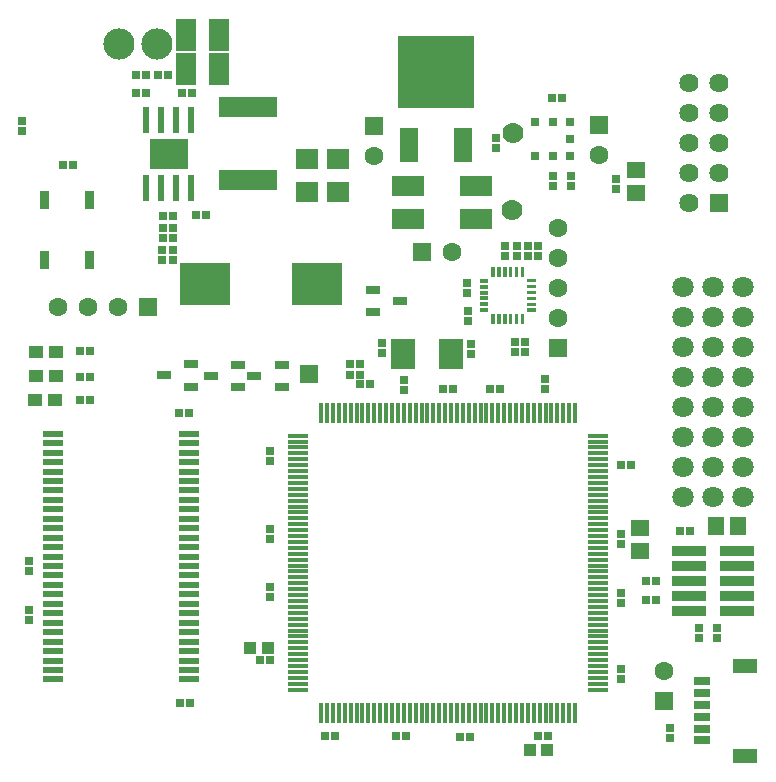
<source format=gts>
G04 DipTrace 2.3.1.0*
%INAutoPilot.GTS*%
%MOIN*%
%ADD28C,0.07*%
%ADD56R,0.0315X0.0118*%
%ADD74C,0.104*%
%ADD76R,0.064X0.064*%
%ADD78C,0.064*%
%ADD80R,0.0788X0.0985*%
%ADD82R,0.252X0.2442*%
%ADD84R,0.0631X0.1142*%
%ADD86R,0.126X0.0985*%
%ADD88R,0.0237X0.0906*%
%ADD90R,0.0316X0.0316*%
%ADD94R,0.067X0.0197*%
%ADD96R,0.067X0.0158*%
%ADD98R,0.0158X0.067*%
%ADD100R,0.0453X0.0296*%
%ADD102R,0.1654X0.1418*%
%ADD104R,0.0827X0.0512*%
%ADD106R,0.0571X0.0276*%
%ADD108C,0.0631*%
%ADD112R,0.0631X0.0631*%
%ADD114R,0.1138X0.0331*%
%ADD117C,0.0709*%
%ADD118R,0.193X0.067*%
%ADD120R,0.0473X0.0434*%
%ADD122R,0.0552X0.0631*%
%ADD124R,0.0434X0.0434*%
%ADD125R,0.0631X0.0552*%
%ADD127R,0.0749X0.067*%
%ADD128R,0.1103X0.067*%
%ADD130R,0.0276X0.0257*%
%ADD132R,0.067X0.1103*%
%ADD134R,0.0257X0.0276*%
%FSLAX44Y44*%
G04*
G70*
G90*
G75*
G01*
%LNTopMask*%
%LPD*%
D28*
X17090Y18760D3*
X17129Y21319D3*
D134*
X17248Y17229D3*
Y17564D3*
X15602Y16338D3*
Y16003D3*
X16856Y17231D3*
Y17566D3*
X15618Y15065D3*
Y15400D3*
D132*
X6220Y24580D3*
X7322D3*
X6220Y23460D3*
X7322D3*
D130*
X6095Y22655D3*
X6430D3*
X4895D3*
X4560D3*
X6545Y18605D3*
X6880D3*
D128*
X13637Y19557D3*
Y18455D3*
D134*
X5445Y18155D3*
Y17820D3*
D130*
Y18555D3*
X5780D3*
D128*
X15880Y18452D3*
Y19555D3*
D127*
X10245Y19355D3*
Y20457D3*
D134*
X15740Y14308D3*
Y13973D3*
D127*
X11295Y19355D3*
Y20457D3*
D134*
X1008Y5101D3*
Y5436D3*
X987Y6739D3*
Y7073D3*
X20551Y19799D3*
Y19464D3*
D130*
X6349Y2338D3*
X6014D3*
X6336Y12001D3*
X6001D3*
D125*
X21226Y20081D3*
Y19333D3*
D124*
X17678Y754D3*
X18269D3*
X8955Y4173D3*
X8364D3*
D125*
X21358Y8153D3*
Y7405D3*
D130*
X23018Y8074D3*
X22683D3*
X11699Y13611D3*
X12033D3*
D122*
X23876Y8235D3*
X24624D3*
D130*
X11699Y13270D3*
X12033D3*
D134*
X18208Y12805D3*
Y13140D3*
D130*
X20735Y10251D3*
X21069D3*
D134*
X770Y21740D3*
Y21405D3*
X20718Y7955D3*
Y7620D3*
X20715Y5988D3*
Y5654D3*
X20724Y3448D3*
Y3114D3*
D130*
X18284Y1212D3*
X17949D3*
X18423Y22484D3*
X18757D3*
X15698Y1207D3*
X15364D3*
X13551Y1212D3*
X13217D3*
X11190D3*
X10855D3*
X9040Y3754D3*
X8706D3*
D134*
X22355Y1497D3*
Y1163D3*
X9042Y5844D3*
Y6178D3*
Y7800D3*
Y8134D3*
Y10382D3*
Y10717D3*
D130*
X12366Y12944D3*
X12031D3*
X14791Y12791D3*
X15126D3*
X16374Y12800D3*
X16708D3*
D134*
X12772Y14312D3*
Y13978D3*
D120*
X1890Y14030D3*
X1221D3*
X1880Y13230D3*
X1211D3*
X1850Y12440D3*
X1181D3*
D118*
X8295Y19755D3*
Y22196D3*
D117*
X22800Y9200D3*
Y10200D3*
Y11200D3*
Y12200D3*
Y13200D3*
Y14200D3*
Y15200D3*
Y16200D3*
X23800Y9200D3*
Y10200D3*
Y11200D3*
Y12200D3*
Y13200D3*
Y14200D3*
Y15200D3*
Y16200D3*
X24800Y9200D3*
Y10200D3*
Y11200D3*
Y12200D3*
Y13200D3*
Y14200D3*
Y15200D3*
Y16200D3*
D114*
X24600Y5400D3*
Y5900D3*
Y6400D3*
Y6900D3*
Y7400D3*
X22998D3*
Y6900D3*
Y6400D3*
Y5900D3*
Y5400D3*
D112*
X4945Y15530D3*
D108*
X3945D3*
X2945D3*
X1945D3*
D112*
X19980Y21590D3*
D108*
Y20590D3*
D112*
X22175Y2386D3*
D108*
Y3386D3*
D106*
X23413Y1080D3*
Y1474D3*
Y1868D3*
Y2261D3*
Y2655D3*
Y3049D3*
D104*
X24860Y569D3*
Y3561D3*
D112*
X12480Y21560D3*
D108*
Y20560D3*
D112*
X18634Y14143D3*
D108*
Y15143D3*
Y16143D3*
Y17143D3*
Y18143D3*
D102*
X6845Y16305D3*
X10585D3*
D100*
X6400Y12870D3*
Y13618D3*
X5494Y13244D3*
X7950Y12850D3*
Y13598D3*
X7044Y13224D3*
X9410Y12860D3*
Y13608D3*
X8504Y13234D3*
X12449Y16098D3*
Y15350D3*
X13354Y15724D3*
D130*
X2470Y20250D3*
X2135D3*
X3025Y14045D3*
X2691D3*
X3015Y13205D3*
X2681D3*
X3015Y12425D3*
X2681D3*
D134*
X19048Y19889D3*
Y19555D3*
X18445Y19889D3*
Y19554D3*
X17513Y14355D3*
Y14020D3*
X17188Y14355D3*
Y14020D3*
D130*
X5295Y23255D3*
X5630D3*
X4545D3*
X4880D3*
D134*
X5795Y18155D3*
Y17820D3*
X5440Y17440D3*
Y17105D3*
X5800Y17440D3*
Y17105D3*
D130*
X21884Y5775D3*
X21549D3*
D134*
X23927Y4480D3*
Y4815D3*
X23327D3*
Y4481D3*
D130*
X21887Y6399D3*
X21552D3*
D134*
X13483Y12747D3*
Y13081D3*
X17611Y17227D3*
Y17561D3*
X17960Y17226D3*
Y17560D3*
X16545Y20824D3*
Y21159D3*
G36*
X2870Y19400D2*
X3170D1*
Y18800D1*
X2870D1*
Y19400D1*
G37*
G36*
Y17400D2*
X3170D1*
Y16800D1*
X2870D1*
Y17400D1*
G37*
G36*
X1370Y19400D2*
X1670D1*
Y18800D1*
X1370D1*
Y19400D1*
G37*
G36*
Y17400D2*
X1670D1*
Y16800D1*
X1370D1*
Y17400D1*
G37*
D112*
X10330Y13290D3*
D98*
X19195Y12005D3*
X18998D3*
X18801D3*
X18604D3*
X18408D3*
X18211D3*
X18014D3*
X17817D3*
X17620D3*
X17423D3*
X17226D3*
X17030D3*
X16833D3*
X16636D3*
X16439D3*
X16242D3*
X16045D3*
X15849D3*
X15652D3*
X15455D3*
X15258D3*
X15061D3*
X14864D3*
X14667D3*
X14471D3*
X14274D3*
X14077D3*
X13880D3*
X13683D3*
X13486D3*
X13289D3*
X13093D3*
X12896D3*
X12699D3*
X12502D3*
X12305D3*
X12108D3*
X11912D3*
X11715D3*
X11518D3*
X11321D3*
X11124D3*
X10927D3*
X10730D3*
D96*
X9963Y11237D3*
Y11040D3*
Y10844D3*
Y10647D3*
Y10450D3*
Y10253D3*
Y10056D3*
Y9859D3*
Y9662D3*
Y9466D3*
Y9269D3*
Y9072D3*
Y8875D3*
Y8678D3*
Y8481D3*
Y8285D3*
Y8088D3*
Y7891D3*
Y7694D3*
Y7497D3*
Y7300D3*
Y7103D3*
Y6907D3*
Y6710D3*
Y6513D3*
Y6316D3*
Y6119D3*
Y5922D3*
Y5725D3*
Y5529D3*
Y5332D3*
Y5135D3*
Y4938D3*
Y4741D3*
Y4544D3*
Y4348D3*
Y4151D3*
Y3954D3*
Y3757D3*
Y3560D3*
Y3363D3*
Y3166D3*
Y2970D3*
Y2773D3*
D98*
X10730Y2005D3*
X10927D3*
X11124D3*
X11321D3*
X11518D3*
X11715D3*
X11912D3*
X12108D3*
X12305D3*
X12502D3*
X12699D3*
X12896D3*
X13093D3*
X13289D3*
X13486D3*
X13683D3*
X13880D3*
X14077D3*
X14274D3*
X14471D3*
X14667D3*
X14864D3*
X15061D3*
X15258D3*
X15455D3*
X15652D3*
X15849D3*
X16045D3*
X16242D3*
X16439D3*
X16636D3*
X16833D3*
X17030D3*
X17226D3*
X17423D3*
X17620D3*
X17817D3*
X18014D3*
X18211D3*
X18408D3*
X18604D3*
X18801D3*
X18998D3*
X19195D3*
D96*
X19963Y2773D3*
Y2970D3*
Y3166D3*
Y3363D3*
Y3560D3*
Y3757D3*
Y3954D3*
Y4151D3*
Y4348D3*
Y4544D3*
Y4741D3*
Y4938D3*
Y5135D3*
Y5332D3*
Y5529D3*
Y5725D3*
Y5922D3*
Y6119D3*
Y6316D3*
Y6513D3*
Y6710D3*
Y6907D3*
Y7103D3*
Y7300D3*
Y7497D3*
Y7694D3*
Y7891D3*
Y8088D3*
Y8285D3*
Y8481D3*
Y8678D3*
Y8875D3*
Y9072D3*
Y9269D3*
Y9466D3*
Y9662D3*
Y9859D3*
Y10056D3*
Y10253D3*
Y10450D3*
Y10647D3*
Y10844D3*
Y11040D3*
Y11237D3*
D94*
X6309Y3112D3*
Y3427D3*
Y3742D3*
Y4057D3*
Y4372D3*
Y4687D3*
Y5002D3*
Y5317D3*
Y5632D3*
Y5947D3*
Y6262D3*
Y6577D3*
Y6892D3*
Y7207D3*
Y7522D3*
Y7837D3*
Y8152D3*
Y8467D3*
Y8782D3*
Y9097D3*
Y9411D3*
Y9726D3*
Y10041D3*
Y10356D3*
Y10671D3*
Y10986D3*
Y11301D3*
X1782D3*
Y10986D3*
Y10671D3*
Y10356D3*
Y10041D3*
Y9726D3*
Y9411D3*
Y9097D3*
Y8782D3*
Y8467D3*
Y8152D3*
Y7837D3*
Y7522D3*
Y7207D3*
Y6892D3*
Y6577D3*
Y6262D3*
Y5947D3*
Y5632D3*
Y5317D3*
Y5002D3*
Y4687D3*
Y4372D3*
Y4057D3*
Y3742D3*
Y3427D3*
Y3112D3*
G36*
X17580Y15477D2*
X17895D1*
Y15358D1*
X17580D1*
Y15477D1*
G37*
G36*
Y15673D2*
X17895D1*
Y15555D1*
X17580D1*
Y15673D1*
G37*
G36*
Y15870D2*
X17895D1*
Y15752D1*
X17580D1*
Y15870D1*
G37*
G36*
Y16067D2*
X17895D1*
Y15949D1*
X17580D1*
Y16067D1*
G37*
G36*
Y16264D2*
X17895D1*
Y16146D1*
X17580D1*
Y16264D1*
G37*
G36*
Y16461D2*
X17895D1*
Y16343D1*
X17580D1*
Y16461D1*
G37*
G36*
X17502Y16855D2*
Y16540D1*
X17384D1*
Y16855D1*
X17502D1*
G37*
G36*
X17305D2*
Y16540D1*
X17187D1*
Y16855D1*
X17305D1*
G37*
G36*
X17108D2*
Y16540D1*
X16990D1*
Y16855D1*
X17108D1*
G37*
G36*
X16911D2*
Y16540D1*
X16793D1*
Y16855D1*
X16911D1*
G37*
G36*
X16714D2*
Y16540D1*
X16596D1*
Y16855D1*
X16714D1*
G37*
G36*
X16517D2*
Y16540D1*
X16399D1*
Y16855D1*
X16517D1*
G37*
D56*
X16163Y16402D3*
Y16205D3*
Y16008D3*
Y15811D3*
Y15614D3*
Y15418D3*
G36*
X16399Y14965D2*
Y15280D1*
X16517D1*
Y14965D1*
X16399D1*
G37*
G36*
X16596D2*
Y15280D1*
X16714D1*
Y14965D1*
X16596D1*
G37*
G36*
X16793D2*
Y15280D1*
X16911D1*
Y14965D1*
X16793D1*
G37*
G36*
X16990D2*
Y15280D1*
X17108D1*
Y14965D1*
X16990D1*
G37*
G36*
X17187D2*
Y15280D1*
X17305D1*
Y14965D1*
X17187D1*
G37*
G36*
X17384D2*
Y15280D1*
X17502D1*
Y14965D1*
X17384D1*
G37*
D90*
X19042Y21684D3*
X18452D3*
X17861D3*
Y20543D3*
X18452D3*
X19042D3*
Y21114D3*
D88*
X6395Y21755D3*
X5895D3*
X5395D3*
X4895D3*
Y19491D3*
X5395D3*
X5895D3*
X6395D3*
D86*
X5645Y20623D3*
D84*
X13648Y20911D3*
X15459D3*
D82*
X14553Y23372D3*
D80*
X13445Y13973D3*
X15059D3*
D112*
X14077Y17359D3*
D108*
X15077D3*
D78*
X23000Y23000D3*
X24000D3*
Y22000D3*
X23000D3*
X24000Y21000D3*
X23000D3*
X24000Y20000D3*
X23000D3*
Y19000D3*
D76*
X24000D3*
D74*
X3995Y24305D3*
X5245D3*
M02*

</source>
